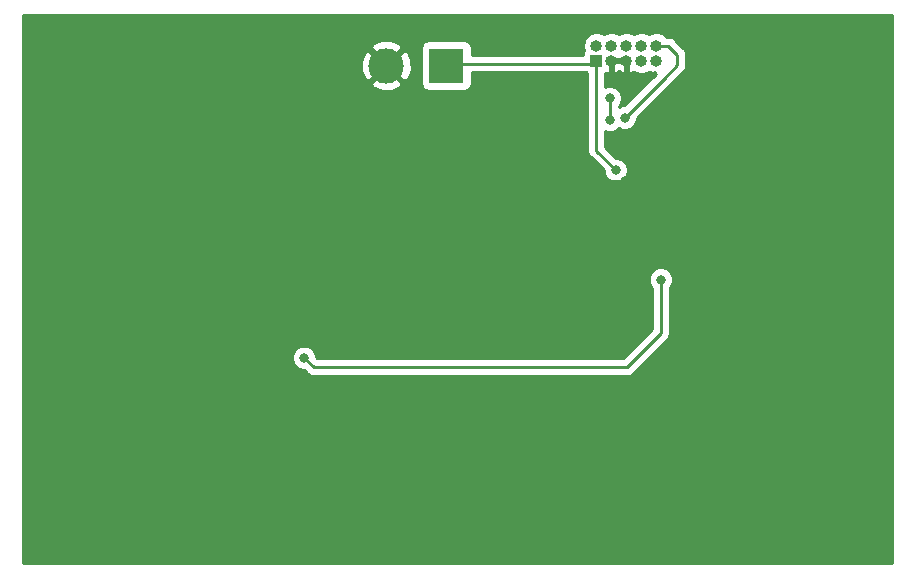
<source format=gbr>
G04 #@! TF.GenerationSoftware,KiCad,Pcbnew,5.0.2-bee76a0~70~ubuntu16.04.1*
G04 #@! TF.CreationDate,2020-01-03T14:39:20-08:00*
G04 #@! TF.ProjectId,Cap_touch_test,4361705f-746f-4756-9368-5f746573742e,rev?*
G04 #@! TF.SameCoordinates,Original*
G04 #@! TF.FileFunction,Copper,L2,Bot*
G04 #@! TF.FilePolarity,Positive*
%FSLAX46Y46*%
G04 Gerber Fmt 4.6, Leading zero omitted, Abs format (unit mm)*
G04 Created by KiCad (PCBNEW 5.0.2-bee76a0~70~ubuntu16.04.1) date Fri 03 Jan 2020 14:39:20 PST*
%MOMM*%
%LPD*%
G01*
G04 APERTURE LIST*
G04 #@! TA.AperFunction,ComponentPad*
%ADD10R,1.000000X1.000000*%
G04 #@! TD*
G04 #@! TA.AperFunction,ComponentPad*
%ADD11O,1.000000X1.000000*%
G04 #@! TD*
G04 #@! TA.AperFunction,ComponentPad*
%ADD12R,3.000000X3.000000*%
G04 #@! TD*
G04 #@! TA.AperFunction,ComponentPad*
%ADD13C,3.000000*%
G04 #@! TD*
G04 #@! TA.AperFunction,ViaPad*
%ADD14C,0.800000*%
G04 #@! TD*
G04 #@! TA.AperFunction,Conductor*
%ADD15C,0.250000*%
G04 #@! TD*
G04 #@! TA.AperFunction,Conductor*
%ADD16C,0.254000*%
G04 #@! TD*
G04 APERTURE END LIST*
D10*
G04 #@! TO.P,J1,1*
G04 #@! TO.N,3v3*
X85344000Y-18542000D03*
D11*
G04 #@! TO.P,J1,2*
G04 #@! TO.N,Net-(J1-Pad2)*
X85344000Y-17272000D03*
G04 #@! TO.P,J1,3*
G04 #@! TO.N,GND*
X86614000Y-18542000D03*
G04 #@! TO.P,J1,4*
G04 #@! TO.N,Net-(J1-Pad4)*
X86614000Y-17272000D03*
G04 #@! TO.P,J1,5*
G04 #@! TO.N,GND*
X87884000Y-18542000D03*
G04 #@! TO.P,J1,6*
G04 #@! TO.N,Net-(J1-Pad6)*
X87884000Y-17272000D03*
G04 #@! TO.P,J1,7*
G04 #@! TO.N,Net-(J1-Pad7)*
X89154000Y-18542000D03*
G04 #@! TO.P,J1,8*
G04 #@! TO.N,Net-(J1-Pad8)*
X89154000Y-17272000D03*
G04 #@! TO.P,J1,9*
G04 #@! TO.N,GND*
X90424000Y-18542000D03*
G04 #@! TO.P,J1,10*
G04 #@! TO.N,Net-(J1-Pad10)*
X90424000Y-17272000D03*
G04 #@! TD*
D12*
G04 #@! TO.P,J2,1*
G04 #@! TO.N,3v3*
X72644000Y-18973800D03*
D13*
G04 #@! TO.P,J2,2*
G04 #@! TO.N,GND*
X67564000Y-18973800D03*
G04 #@! TD*
D14*
G04 #@! TO.N,ACMP*
X60604400Y-43713400D03*
X90805000Y-37084000D03*
G04 #@! TO.N,3v3*
X86995000Y-27813000D03*
G04 #@! TO.N,GND*
X87757000Y-28702000D03*
G04 #@! TO.N,Net-(J1-Pad4)*
X86487000Y-21717000D03*
X86540153Y-23578153D03*
G04 #@! TO.N,Net-(J1-Pad10)*
X87757000Y-23368000D03*
G04 #@! TD*
D15*
G04 #@! TO.N,ACMP*
X60604400Y-43713400D02*
X61417200Y-44526200D01*
X61417200Y-44526200D02*
X87909400Y-44526200D01*
X90805000Y-41630600D02*
X90805000Y-37084000D01*
X87909400Y-44526200D02*
X90805000Y-41630600D01*
G04 #@! TO.N,3v3*
X85090000Y-18796000D02*
X85344000Y-18542000D01*
X72136000Y-18796000D02*
X85090000Y-18796000D01*
X85344000Y-26162000D02*
X86995000Y-27813000D01*
X85344000Y-18542000D02*
X85344000Y-26162000D01*
G04 #@! TO.N,GND*
X85852000Y-28306579D02*
X86247421Y-28702000D01*
X86247421Y-28702000D02*
X86810998Y-28702000D01*
X86810998Y-28702000D02*
X87757000Y-28702000D01*
X81987106Y-23876000D02*
X81987106Y-24441685D01*
X81987106Y-24441685D02*
X85852000Y-28306579D01*
G04 #@! TO.N,Net-(J1-Pad4)*
X86487000Y-23525000D02*
X86540153Y-23578153D01*
X86487000Y-21717000D02*
X86487000Y-23525000D01*
G04 #@! TO.N,Net-(J1-Pad10)*
X90424000Y-17272000D02*
X91440000Y-17272000D01*
X91059000Y-20066000D02*
X87757000Y-23368000D01*
X91440000Y-17272000D02*
X92202000Y-18034000D01*
X92202000Y-18034000D02*
X92202000Y-18923000D01*
X92202000Y-18923000D02*
X91059000Y-20066000D01*
G04 #@! TD*
D16*
G04 #@! TO.N,GND*
G36*
X110389600Y-61062800D02*
X36828800Y-61062800D01*
X36828800Y-43507526D01*
X59569400Y-43507526D01*
X59569400Y-43919274D01*
X59726969Y-44299680D01*
X60018120Y-44590831D01*
X60398526Y-44748400D01*
X60564598Y-44748400D01*
X60826871Y-45010673D01*
X60869271Y-45074129D01*
X60932727Y-45116529D01*
X61120662Y-45242104D01*
X61168805Y-45251680D01*
X61342348Y-45286200D01*
X61342352Y-45286200D01*
X61417200Y-45301088D01*
X61492048Y-45286200D01*
X87834553Y-45286200D01*
X87909400Y-45301088D01*
X87984247Y-45286200D01*
X87984252Y-45286200D01*
X88205937Y-45242104D01*
X88457329Y-45074129D01*
X88499731Y-45010670D01*
X91289473Y-42220929D01*
X91352929Y-42178529D01*
X91395924Y-42114182D01*
X91520904Y-41927138D01*
X91530480Y-41878995D01*
X91565000Y-41705452D01*
X91565000Y-41705448D01*
X91579888Y-41630600D01*
X91565000Y-41555752D01*
X91565000Y-37787711D01*
X91682431Y-37670280D01*
X91840000Y-37289874D01*
X91840000Y-36878126D01*
X91682431Y-36497720D01*
X91391280Y-36206569D01*
X91010874Y-36049000D01*
X90599126Y-36049000D01*
X90218720Y-36206569D01*
X89927569Y-36497720D01*
X89770000Y-36878126D01*
X89770000Y-37289874D01*
X89927569Y-37670280D01*
X90045001Y-37787712D01*
X90045000Y-41315798D01*
X87594599Y-43766200D01*
X61732002Y-43766200D01*
X61639400Y-43673598D01*
X61639400Y-43507526D01*
X61481831Y-43127120D01*
X61190680Y-42835969D01*
X60810274Y-42678400D01*
X60398526Y-42678400D01*
X60018120Y-42835969D01*
X59726969Y-43127120D01*
X59569400Y-43507526D01*
X36828800Y-43507526D01*
X36828800Y-20487770D01*
X66229635Y-20487770D01*
X66389418Y-20806539D01*
X67180187Y-21116523D01*
X68029387Y-21100297D01*
X68738582Y-20806539D01*
X68898365Y-20487770D01*
X67564000Y-19153405D01*
X66229635Y-20487770D01*
X36828800Y-20487770D01*
X36828800Y-18589987D01*
X65421277Y-18589987D01*
X65437503Y-19439187D01*
X65731261Y-20148382D01*
X66050030Y-20308165D01*
X67384395Y-18973800D01*
X67743605Y-18973800D01*
X69077970Y-20308165D01*
X69396739Y-20148382D01*
X69706723Y-19357613D01*
X69690497Y-18508413D01*
X69396739Y-17799218D01*
X69077970Y-17639435D01*
X67743605Y-18973800D01*
X67384395Y-18973800D01*
X66050030Y-17639435D01*
X65731261Y-17799218D01*
X65421277Y-18589987D01*
X36828800Y-18589987D01*
X36828800Y-17459830D01*
X66229635Y-17459830D01*
X67564000Y-18794195D01*
X68884395Y-17473800D01*
X70496560Y-17473800D01*
X70496560Y-20473800D01*
X70545843Y-20721565D01*
X70686191Y-20931609D01*
X70896235Y-21071957D01*
X71144000Y-21121240D01*
X74144000Y-21121240D01*
X74391765Y-21071957D01*
X74601809Y-20931609D01*
X74742157Y-20721565D01*
X74791440Y-20473800D01*
X74791440Y-19556000D01*
X84470286Y-19556000D01*
X84584000Y-19631982D01*
X84584001Y-26087148D01*
X84569112Y-26162000D01*
X84584001Y-26236852D01*
X84628097Y-26458537D01*
X84796072Y-26709929D01*
X84859528Y-26752329D01*
X85960000Y-27852802D01*
X85960000Y-28018874D01*
X86117569Y-28399280D01*
X86408720Y-28690431D01*
X86789126Y-28848000D01*
X87200874Y-28848000D01*
X87581280Y-28690431D01*
X87872431Y-28399280D01*
X88030000Y-28018874D01*
X88030000Y-27607126D01*
X87872431Y-27226720D01*
X87581280Y-26935569D01*
X87200874Y-26778000D01*
X87034802Y-26778000D01*
X86104000Y-25847199D01*
X86104000Y-24517769D01*
X86334279Y-24613153D01*
X86746027Y-24613153D01*
X87126433Y-24455584D01*
X87288005Y-24294012D01*
X87551126Y-24403000D01*
X87962874Y-24403000D01*
X88343280Y-24245431D01*
X88634431Y-23954280D01*
X88792000Y-23573874D01*
X88792000Y-23407801D01*
X91649329Y-20550473D01*
X91649331Y-20550470D01*
X92686473Y-19513329D01*
X92749929Y-19470929D01*
X92917904Y-19219537D01*
X92962000Y-18997852D01*
X92962000Y-18997848D01*
X92976888Y-18923001D01*
X92962000Y-18848154D01*
X92962000Y-18108848D01*
X92976888Y-18034000D01*
X92962000Y-17959152D01*
X92962000Y-17959148D01*
X92917904Y-17737463D01*
X92917904Y-17737462D01*
X92792329Y-17549527D01*
X92749929Y-17486071D01*
X92686473Y-17443671D01*
X92030331Y-16787530D01*
X91987929Y-16724071D01*
X91736537Y-16556096D01*
X91514852Y-16512000D01*
X91514847Y-16512000D01*
X91440000Y-16497112D01*
X91365153Y-16512000D01*
X91281236Y-16512000D01*
X91242289Y-16453711D01*
X90866855Y-16202854D01*
X90535783Y-16137000D01*
X90312217Y-16137000D01*
X89981145Y-16202854D01*
X89789000Y-16331241D01*
X89596855Y-16202854D01*
X89265783Y-16137000D01*
X89042217Y-16137000D01*
X88711145Y-16202854D01*
X88519000Y-16331241D01*
X88326855Y-16202854D01*
X87995783Y-16137000D01*
X87772217Y-16137000D01*
X87441145Y-16202854D01*
X87249000Y-16331241D01*
X87056855Y-16202854D01*
X86725783Y-16137000D01*
X86502217Y-16137000D01*
X86171145Y-16202854D01*
X85979000Y-16331241D01*
X85786855Y-16202854D01*
X85455783Y-16137000D01*
X85232217Y-16137000D01*
X84901145Y-16202854D01*
X84525711Y-16453711D01*
X84274854Y-16829145D01*
X84186765Y-17272000D01*
X84274854Y-17714855D01*
X84286869Y-17732836D01*
X84245843Y-17794235D01*
X84197753Y-18036000D01*
X74791440Y-18036000D01*
X74791440Y-17473800D01*
X74742157Y-17226035D01*
X74601809Y-17015991D01*
X74391765Y-16875643D01*
X74144000Y-16826360D01*
X71144000Y-16826360D01*
X70896235Y-16875643D01*
X70686191Y-17015991D01*
X70545843Y-17226035D01*
X70496560Y-17473800D01*
X68884395Y-17473800D01*
X68898365Y-17459830D01*
X68738582Y-17141061D01*
X67947813Y-16831077D01*
X67098613Y-16847303D01*
X66389418Y-17141061D01*
X66229635Y-17459830D01*
X36828800Y-17459830D01*
X36828800Y-14705400D01*
X110389601Y-14705400D01*
X110389600Y-61062800D01*
X110389600Y-61062800D01*
G37*
X110389600Y-61062800D02*
X36828800Y-61062800D01*
X36828800Y-43507526D01*
X59569400Y-43507526D01*
X59569400Y-43919274D01*
X59726969Y-44299680D01*
X60018120Y-44590831D01*
X60398526Y-44748400D01*
X60564598Y-44748400D01*
X60826871Y-45010673D01*
X60869271Y-45074129D01*
X60932727Y-45116529D01*
X61120662Y-45242104D01*
X61168805Y-45251680D01*
X61342348Y-45286200D01*
X61342352Y-45286200D01*
X61417200Y-45301088D01*
X61492048Y-45286200D01*
X87834553Y-45286200D01*
X87909400Y-45301088D01*
X87984247Y-45286200D01*
X87984252Y-45286200D01*
X88205937Y-45242104D01*
X88457329Y-45074129D01*
X88499731Y-45010670D01*
X91289473Y-42220929D01*
X91352929Y-42178529D01*
X91395924Y-42114182D01*
X91520904Y-41927138D01*
X91530480Y-41878995D01*
X91565000Y-41705452D01*
X91565000Y-41705448D01*
X91579888Y-41630600D01*
X91565000Y-41555752D01*
X91565000Y-37787711D01*
X91682431Y-37670280D01*
X91840000Y-37289874D01*
X91840000Y-36878126D01*
X91682431Y-36497720D01*
X91391280Y-36206569D01*
X91010874Y-36049000D01*
X90599126Y-36049000D01*
X90218720Y-36206569D01*
X89927569Y-36497720D01*
X89770000Y-36878126D01*
X89770000Y-37289874D01*
X89927569Y-37670280D01*
X90045001Y-37787712D01*
X90045000Y-41315798D01*
X87594599Y-43766200D01*
X61732002Y-43766200D01*
X61639400Y-43673598D01*
X61639400Y-43507526D01*
X61481831Y-43127120D01*
X61190680Y-42835969D01*
X60810274Y-42678400D01*
X60398526Y-42678400D01*
X60018120Y-42835969D01*
X59726969Y-43127120D01*
X59569400Y-43507526D01*
X36828800Y-43507526D01*
X36828800Y-20487770D01*
X66229635Y-20487770D01*
X66389418Y-20806539D01*
X67180187Y-21116523D01*
X68029387Y-21100297D01*
X68738582Y-20806539D01*
X68898365Y-20487770D01*
X67564000Y-19153405D01*
X66229635Y-20487770D01*
X36828800Y-20487770D01*
X36828800Y-18589987D01*
X65421277Y-18589987D01*
X65437503Y-19439187D01*
X65731261Y-20148382D01*
X66050030Y-20308165D01*
X67384395Y-18973800D01*
X67743605Y-18973800D01*
X69077970Y-20308165D01*
X69396739Y-20148382D01*
X69706723Y-19357613D01*
X69690497Y-18508413D01*
X69396739Y-17799218D01*
X69077970Y-17639435D01*
X67743605Y-18973800D01*
X67384395Y-18973800D01*
X66050030Y-17639435D01*
X65731261Y-17799218D01*
X65421277Y-18589987D01*
X36828800Y-18589987D01*
X36828800Y-17459830D01*
X66229635Y-17459830D01*
X67564000Y-18794195D01*
X68884395Y-17473800D01*
X70496560Y-17473800D01*
X70496560Y-20473800D01*
X70545843Y-20721565D01*
X70686191Y-20931609D01*
X70896235Y-21071957D01*
X71144000Y-21121240D01*
X74144000Y-21121240D01*
X74391765Y-21071957D01*
X74601809Y-20931609D01*
X74742157Y-20721565D01*
X74791440Y-20473800D01*
X74791440Y-19556000D01*
X84470286Y-19556000D01*
X84584000Y-19631982D01*
X84584001Y-26087148D01*
X84569112Y-26162000D01*
X84584001Y-26236852D01*
X84628097Y-26458537D01*
X84796072Y-26709929D01*
X84859528Y-26752329D01*
X85960000Y-27852802D01*
X85960000Y-28018874D01*
X86117569Y-28399280D01*
X86408720Y-28690431D01*
X86789126Y-28848000D01*
X87200874Y-28848000D01*
X87581280Y-28690431D01*
X87872431Y-28399280D01*
X88030000Y-28018874D01*
X88030000Y-27607126D01*
X87872431Y-27226720D01*
X87581280Y-26935569D01*
X87200874Y-26778000D01*
X87034802Y-26778000D01*
X86104000Y-25847199D01*
X86104000Y-24517769D01*
X86334279Y-24613153D01*
X86746027Y-24613153D01*
X87126433Y-24455584D01*
X87288005Y-24294012D01*
X87551126Y-24403000D01*
X87962874Y-24403000D01*
X88343280Y-24245431D01*
X88634431Y-23954280D01*
X88792000Y-23573874D01*
X88792000Y-23407801D01*
X91649329Y-20550473D01*
X91649331Y-20550470D01*
X92686473Y-19513329D01*
X92749929Y-19470929D01*
X92917904Y-19219537D01*
X92962000Y-18997852D01*
X92962000Y-18997848D01*
X92976888Y-18923001D01*
X92962000Y-18848154D01*
X92962000Y-18108848D01*
X92976888Y-18034000D01*
X92962000Y-17959152D01*
X92962000Y-17959148D01*
X92917904Y-17737463D01*
X92917904Y-17737462D01*
X92792329Y-17549527D01*
X92749929Y-17486071D01*
X92686473Y-17443671D01*
X92030331Y-16787530D01*
X91987929Y-16724071D01*
X91736537Y-16556096D01*
X91514852Y-16512000D01*
X91514847Y-16512000D01*
X91440000Y-16497112D01*
X91365153Y-16512000D01*
X91281236Y-16512000D01*
X91242289Y-16453711D01*
X90866855Y-16202854D01*
X90535783Y-16137000D01*
X90312217Y-16137000D01*
X89981145Y-16202854D01*
X89789000Y-16331241D01*
X89596855Y-16202854D01*
X89265783Y-16137000D01*
X89042217Y-16137000D01*
X88711145Y-16202854D01*
X88519000Y-16331241D01*
X88326855Y-16202854D01*
X87995783Y-16137000D01*
X87772217Y-16137000D01*
X87441145Y-16202854D01*
X87249000Y-16331241D01*
X87056855Y-16202854D01*
X86725783Y-16137000D01*
X86502217Y-16137000D01*
X86171145Y-16202854D01*
X85979000Y-16331241D01*
X85786855Y-16202854D01*
X85455783Y-16137000D01*
X85232217Y-16137000D01*
X84901145Y-16202854D01*
X84525711Y-16453711D01*
X84274854Y-16829145D01*
X84186765Y-17272000D01*
X84274854Y-17714855D01*
X84286869Y-17732836D01*
X84245843Y-17794235D01*
X84197753Y-18036000D01*
X74791440Y-18036000D01*
X74791440Y-17473800D01*
X74742157Y-17226035D01*
X74601809Y-17015991D01*
X74391765Y-16875643D01*
X74144000Y-16826360D01*
X71144000Y-16826360D01*
X70896235Y-16875643D01*
X70686191Y-17015991D01*
X70545843Y-17226035D01*
X70496560Y-17473800D01*
X68884395Y-17473800D01*
X68898365Y-17459830D01*
X68738582Y-17141061D01*
X67947813Y-16831077D01*
X67098613Y-16847303D01*
X66389418Y-17141061D01*
X66229635Y-17459830D01*
X36828800Y-17459830D01*
X36828800Y-14705400D01*
X110389601Y-14705400D01*
X110389600Y-61062800D01*
G36*
X88011000Y-18415000D02*
X88022027Y-18415000D01*
X87996765Y-18542000D01*
X88022027Y-18669000D01*
X88011000Y-18669000D01*
X88011000Y-19509954D01*
X88185874Y-19636119D01*
X88444209Y-19529127D01*
X88507090Y-19474801D01*
X88711145Y-19611146D01*
X89042217Y-19677000D01*
X89265783Y-19677000D01*
X89596855Y-19611146D01*
X89800910Y-19474801D01*
X89863791Y-19529127D01*
X90122126Y-19636119D01*
X90296998Y-19509955D01*
X90296998Y-19677000D01*
X90373198Y-19677000D01*
X87717199Y-22333000D01*
X87551126Y-22333000D01*
X87247000Y-22458973D01*
X87247000Y-22420711D01*
X87364431Y-22303280D01*
X87522000Y-21922874D01*
X87522000Y-21511126D01*
X87364431Y-21130720D01*
X87073280Y-20839569D01*
X86692874Y-20682000D01*
X86281126Y-20682000D01*
X86104000Y-20755368D01*
X86104000Y-19631982D01*
X86179817Y-19581322D01*
X86312126Y-19636119D01*
X86487000Y-19509954D01*
X86487000Y-19064322D01*
X86491440Y-19042000D01*
X86491440Y-18669000D01*
X86741000Y-18669000D01*
X86741000Y-19509954D01*
X86915874Y-19636119D01*
X87174209Y-19529127D01*
X87249000Y-19464511D01*
X87323791Y-19529127D01*
X87582126Y-19636119D01*
X87757000Y-19509954D01*
X87757000Y-18669000D01*
X86741000Y-18669000D01*
X86491440Y-18669000D01*
X86491440Y-18404856D01*
X86502217Y-18407000D01*
X86725783Y-18407000D01*
X86741000Y-18403973D01*
X86741000Y-18415000D01*
X87757000Y-18415000D01*
X87757000Y-18403973D01*
X87772217Y-18407000D01*
X87995783Y-18407000D01*
X88011000Y-18403973D01*
X88011000Y-18415000D01*
X88011000Y-18415000D01*
G37*
X88011000Y-18415000D02*
X88022027Y-18415000D01*
X87996765Y-18542000D01*
X88022027Y-18669000D01*
X88011000Y-18669000D01*
X88011000Y-19509954D01*
X88185874Y-19636119D01*
X88444209Y-19529127D01*
X88507090Y-19474801D01*
X88711145Y-19611146D01*
X89042217Y-19677000D01*
X89265783Y-19677000D01*
X89596855Y-19611146D01*
X89800910Y-19474801D01*
X89863791Y-19529127D01*
X90122126Y-19636119D01*
X90296998Y-19509955D01*
X90296998Y-19677000D01*
X90373198Y-19677000D01*
X87717199Y-22333000D01*
X87551126Y-22333000D01*
X87247000Y-22458973D01*
X87247000Y-22420711D01*
X87364431Y-22303280D01*
X87522000Y-21922874D01*
X87522000Y-21511126D01*
X87364431Y-21130720D01*
X87073280Y-20839569D01*
X86692874Y-20682000D01*
X86281126Y-20682000D01*
X86104000Y-20755368D01*
X86104000Y-19631982D01*
X86179817Y-19581322D01*
X86312126Y-19636119D01*
X86487000Y-19509954D01*
X86487000Y-19064322D01*
X86491440Y-19042000D01*
X86491440Y-18669000D01*
X86741000Y-18669000D01*
X86741000Y-19509954D01*
X86915874Y-19636119D01*
X87174209Y-19529127D01*
X87249000Y-19464511D01*
X87323791Y-19529127D01*
X87582126Y-19636119D01*
X87757000Y-19509954D01*
X87757000Y-18669000D01*
X86741000Y-18669000D01*
X86491440Y-18669000D01*
X86491440Y-18404856D01*
X86502217Y-18407000D01*
X86725783Y-18407000D01*
X86741000Y-18403973D01*
X86741000Y-18415000D01*
X87757000Y-18415000D01*
X87757000Y-18403973D01*
X87772217Y-18407000D01*
X87995783Y-18407000D01*
X88011000Y-18403973D01*
X88011000Y-18415000D01*
G36*
X90551000Y-18415000D02*
X90571000Y-18415000D01*
X90571000Y-18669000D01*
X90551000Y-18669000D01*
X90551000Y-18689000D01*
X90297000Y-18689000D01*
X90297000Y-18669000D01*
X90285973Y-18669000D01*
X90311235Y-18542000D01*
X90285973Y-18415000D01*
X90297000Y-18415000D01*
X90297000Y-18403973D01*
X90312217Y-18407000D01*
X90535783Y-18407000D01*
X90551000Y-18403973D01*
X90551000Y-18415000D01*
X90551000Y-18415000D01*
G37*
X90551000Y-18415000D02*
X90571000Y-18415000D01*
X90571000Y-18669000D01*
X90551000Y-18669000D01*
X90551000Y-18689000D01*
X90297000Y-18689000D01*
X90297000Y-18669000D01*
X90285973Y-18669000D01*
X90311235Y-18542000D01*
X90285973Y-18415000D01*
X90297000Y-18415000D01*
X90297000Y-18403973D01*
X90312217Y-18407000D01*
X90535783Y-18407000D01*
X90551000Y-18403973D01*
X90551000Y-18415000D01*
G04 #@! TD*
M02*

</source>
